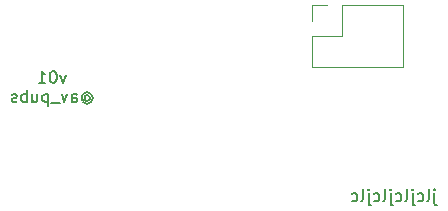
<source format=gbo>
%TF.GenerationSoftware,KiCad,Pcbnew,(6.99.0-1934-gfe17dca71f)*%
%TF.CreationDate,2022-06-18T07:02:21-05:00*%
%TF.ProjectId,jwtelescope,6a777465-6c65-4736-936f-70652e6b6963,rev?*%
%TF.SameCoordinates,Original*%
%TF.FileFunction,Legend,Bot*%
%TF.FilePolarity,Positive*%
%FSLAX46Y46*%
G04 Gerber Fmt 4.6, Leading zero omitted, Abs format (unit mm)*
G04 Created by KiCad (PCBNEW (6.99.0-1934-gfe17dca71f)) date 2022-06-18 07:02:21*
%MOMM*%
%LPD*%
G01*
G04 APERTURE LIST*
%ADD10C,0.150000*%
%ADD11C,0.120000*%
%ADD12R,1.700000X1.700000*%
%ADD13O,1.700000X1.700000*%
G04 APERTURE END LIST*
D10*
X76990475Y-47290714D02*
X76752380Y-47957380D01*
X76752380Y-47957380D02*
X76514285Y-47290714D01*
X75942856Y-46957380D02*
X75847618Y-46957380D01*
X75847618Y-46957380D02*
X75752380Y-47005000D01*
X75752380Y-47005000D02*
X75704761Y-47052619D01*
X75704761Y-47052619D02*
X75657142Y-47147857D01*
X75657142Y-47147857D02*
X75609523Y-47338333D01*
X75609523Y-47338333D02*
X75609523Y-47576428D01*
X75609523Y-47576428D02*
X75657142Y-47766904D01*
X75657142Y-47766904D02*
X75704761Y-47862142D01*
X75704761Y-47862142D02*
X75752380Y-47909761D01*
X75752380Y-47909761D02*
X75847618Y-47957380D01*
X75847618Y-47957380D02*
X75942856Y-47957380D01*
X75942856Y-47957380D02*
X76038094Y-47909761D01*
X76038094Y-47909761D02*
X76085713Y-47862142D01*
X76085713Y-47862142D02*
X76133332Y-47766904D01*
X76133332Y-47766904D02*
X76180951Y-47576428D01*
X76180951Y-47576428D02*
X76180951Y-47338333D01*
X76180951Y-47338333D02*
X76133332Y-47147857D01*
X76133332Y-47147857D02*
X76085713Y-47052619D01*
X76085713Y-47052619D02*
X76038094Y-47005000D01*
X76038094Y-47005000D02*
X75942856Y-46957380D01*
X74657142Y-47957380D02*
X75228570Y-47957380D01*
X74942856Y-47957380D02*
X74942856Y-46957380D01*
X74942856Y-46957380D02*
X75038094Y-47100238D01*
X75038094Y-47100238D02*
X75133332Y-47195476D01*
X75133332Y-47195476D02*
X75228570Y-47243095D01*
X78561905Y-49101190D02*
X78609524Y-49053571D01*
X78609524Y-49053571D02*
X78704762Y-49005952D01*
X78704762Y-49005952D02*
X78800000Y-49005952D01*
X78800000Y-49005952D02*
X78895238Y-49053571D01*
X78895238Y-49053571D02*
X78942857Y-49101190D01*
X78942857Y-49101190D02*
X78990476Y-49196428D01*
X78990476Y-49196428D02*
X78990476Y-49291666D01*
X78990476Y-49291666D02*
X78942857Y-49386904D01*
X78942857Y-49386904D02*
X78895238Y-49434523D01*
X78895238Y-49434523D02*
X78800000Y-49482142D01*
X78800000Y-49482142D02*
X78704762Y-49482142D01*
X78704762Y-49482142D02*
X78609524Y-49434523D01*
X78609524Y-49434523D02*
X78561905Y-49386904D01*
X78561905Y-49005952D02*
X78561905Y-49386904D01*
X78561905Y-49386904D02*
X78514286Y-49434523D01*
X78514286Y-49434523D02*
X78466667Y-49434523D01*
X78466667Y-49434523D02*
X78371428Y-49386904D01*
X78371428Y-49386904D02*
X78323809Y-49291666D01*
X78323809Y-49291666D02*
X78323809Y-49053571D01*
X78323809Y-49053571D02*
X78419048Y-48910714D01*
X78419048Y-48910714D02*
X78561905Y-48815476D01*
X78561905Y-48815476D02*
X78752381Y-48767857D01*
X78752381Y-48767857D02*
X78942857Y-48815476D01*
X78942857Y-48815476D02*
X79085714Y-48910714D01*
X79085714Y-48910714D02*
X79180952Y-49053571D01*
X79180952Y-49053571D02*
X79228571Y-49244047D01*
X79228571Y-49244047D02*
X79180952Y-49434523D01*
X79180952Y-49434523D02*
X79085714Y-49577380D01*
X79085714Y-49577380D02*
X78942857Y-49672619D01*
X78942857Y-49672619D02*
X78752381Y-49720238D01*
X78752381Y-49720238D02*
X78561905Y-49672619D01*
X78561905Y-49672619D02*
X78419048Y-49577380D01*
X77466667Y-49577380D02*
X77466667Y-49053571D01*
X77466667Y-49053571D02*
X77514286Y-48958333D01*
X77514286Y-48958333D02*
X77609524Y-48910714D01*
X77609524Y-48910714D02*
X77800000Y-48910714D01*
X77800000Y-48910714D02*
X77895238Y-48958333D01*
X77466667Y-49529761D02*
X77561905Y-49577380D01*
X77561905Y-49577380D02*
X77800000Y-49577380D01*
X77800000Y-49577380D02*
X77895238Y-49529761D01*
X77895238Y-49529761D02*
X77942857Y-49434523D01*
X77942857Y-49434523D02*
X77942857Y-49339285D01*
X77942857Y-49339285D02*
X77895238Y-49244047D01*
X77895238Y-49244047D02*
X77800000Y-49196428D01*
X77800000Y-49196428D02*
X77561905Y-49196428D01*
X77561905Y-49196428D02*
X77466667Y-49148809D01*
X77085714Y-48910714D02*
X76847619Y-49577380D01*
X76847619Y-49577380D02*
X76609524Y-48910714D01*
X76466667Y-49672619D02*
X75704762Y-49672619D01*
X75466666Y-48910714D02*
X75466666Y-49910714D01*
X75466666Y-48958333D02*
X75371428Y-48910714D01*
X75371428Y-48910714D02*
X75180952Y-48910714D01*
X75180952Y-48910714D02*
X75085714Y-48958333D01*
X75085714Y-48958333D02*
X75038095Y-49005952D01*
X75038095Y-49005952D02*
X74990476Y-49101190D01*
X74990476Y-49101190D02*
X74990476Y-49386904D01*
X74990476Y-49386904D02*
X75038095Y-49482142D01*
X75038095Y-49482142D02*
X75085714Y-49529761D01*
X75085714Y-49529761D02*
X75180952Y-49577380D01*
X75180952Y-49577380D02*
X75371428Y-49577380D01*
X75371428Y-49577380D02*
X75466666Y-49529761D01*
X74133333Y-48910714D02*
X74133333Y-49577380D01*
X74561904Y-48910714D02*
X74561904Y-49434523D01*
X74561904Y-49434523D02*
X74514285Y-49529761D01*
X74514285Y-49529761D02*
X74419047Y-49577380D01*
X74419047Y-49577380D02*
X74276190Y-49577380D01*
X74276190Y-49577380D02*
X74180952Y-49529761D01*
X74180952Y-49529761D02*
X74133333Y-49482142D01*
X73657142Y-49577380D02*
X73657142Y-48577380D01*
X73657142Y-48958333D02*
X73561904Y-48910714D01*
X73561904Y-48910714D02*
X73371428Y-48910714D01*
X73371428Y-48910714D02*
X73276190Y-48958333D01*
X73276190Y-48958333D02*
X73228571Y-49005952D01*
X73228571Y-49005952D02*
X73180952Y-49101190D01*
X73180952Y-49101190D02*
X73180952Y-49386904D01*
X73180952Y-49386904D02*
X73228571Y-49482142D01*
X73228571Y-49482142D02*
X73276190Y-49529761D01*
X73276190Y-49529761D02*
X73371428Y-49577380D01*
X73371428Y-49577380D02*
X73561904Y-49577380D01*
X73561904Y-49577380D02*
X73657142Y-49529761D01*
X72799999Y-49529761D02*
X72704761Y-49577380D01*
X72704761Y-49577380D02*
X72514285Y-49577380D01*
X72514285Y-49577380D02*
X72419047Y-49529761D01*
X72419047Y-49529761D02*
X72371428Y-49434523D01*
X72371428Y-49434523D02*
X72371428Y-49386904D01*
X72371428Y-49386904D02*
X72419047Y-49291666D01*
X72419047Y-49291666D02*
X72514285Y-49244047D01*
X72514285Y-49244047D02*
X72657142Y-49244047D01*
X72657142Y-49244047D02*
X72752380Y-49196428D01*
X72752380Y-49196428D02*
X72799999Y-49101190D01*
X72799999Y-49101190D02*
X72799999Y-49053571D01*
X72799999Y-49053571D02*
X72752380Y-48958333D01*
X72752380Y-48958333D02*
X72657142Y-48910714D01*
X72657142Y-48910714D02*
X72514285Y-48910714D01*
X72514285Y-48910714D02*
X72419047Y-48958333D01*
X108176190Y-57300714D02*
X108176190Y-58157857D01*
X108176190Y-58157857D02*
X108223809Y-58253095D01*
X108223809Y-58253095D02*
X108319047Y-58300714D01*
X108319047Y-58300714D02*
X108366666Y-58300714D01*
X108176190Y-56967380D02*
X108223809Y-57015000D01*
X108223809Y-57015000D02*
X108176190Y-57062619D01*
X108176190Y-57062619D02*
X108128571Y-57015000D01*
X108128571Y-57015000D02*
X108176190Y-56967380D01*
X108176190Y-56967380D02*
X108176190Y-57062619D01*
X107557143Y-57967380D02*
X107652381Y-57919761D01*
X107652381Y-57919761D02*
X107700000Y-57824523D01*
X107700000Y-57824523D02*
X107700000Y-56967380D01*
X106747619Y-57919761D02*
X106842857Y-57967380D01*
X106842857Y-57967380D02*
X107033333Y-57967380D01*
X107033333Y-57967380D02*
X107128571Y-57919761D01*
X107128571Y-57919761D02*
X107176190Y-57872142D01*
X107176190Y-57872142D02*
X107223809Y-57776904D01*
X107223809Y-57776904D02*
X107223809Y-57491190D01*
X107223809Y-57491190D02*
X107176190Y-57395952D01*
X107176190Y-57395952D02*
X107128571Y-57348333D01*
X107128571Y-57348333D02*
X107033333Y-57300714D01*
X107033333Y-57300714D02*
X106842857Y-57300714D01*
X106842857Y-57300714D02*
X106747619Y-57348333D01*
X106319047Y-57300714D02*
X106319047Y-58157857D01*
X106319047Y-58157857D02*
X106366666Y-58253095D01*
X106366666Y-58253095D02*
X106461904Y-58300714D01*
X106461904Y-58300714D02*
X106509523Y-58300714D01*
X106319047Y-56967380D02*
X106366666Y-57015000D01*
X106366666Y-57015000D02*
X106319047Y-57062619D01*
X106319047Y-57062619D02*
X106271428Y-57015000D01*
X106271428Y-57015000D02*
X106319047Y-56967380D01*
X106319047Y-56967380D02*
X106319047Y-57062619D01*
X105700000Y-57967380D02*
X105795238Y-57919761D01*
X105795238Y-57919761D02*
X105842857Y-57824523D01*
X105842857Y-57824523D02*
X105842857Y-56967380D01*
X104890476Y-57919761D02*
X104985714Y-57967380D01*
X104985714Y-57967380D02*
X105176190Y-57967380D01*
X105176190Y-57967380D02*
X105271428Y-57919761D01*
X105271428Y-57919761D02*
X105319047Y-57872142D01*
X105319047Y-57872142D02*
X105366666Y-57776904D01*
X105366666Y-57776904D02*
X105366666Y-57491190D01*
X105366666Y-57491190D02*
X105319047Y-57395952D01*
X105319047Y-57395952D02*
X105271428Y-57348333D01*
X105271428Y-57348333D02*
X105176190Y-57300714D01*
X105176190Y-57300714D02*
X104985714Y-57300714D01*
X104985714Y-57300714D02*
X104890476Y-57348333D01*
X104461904Y-57300714D02*
X104461904Y-58157857D01*
X104461904Y-58157857D02*
X104509523Y-58253095D01*
X104509523Y-58253095D02*
X104604761Y-58300714D01*
X104604761Y-58300714D02*
X104652380Y-58300714D01*
X104461904Y-56967380D02*
X104509523Y-57015000D01*
X104509523Y-57015000D02*
X104461904Y-57062619D01*
X104461904Y-57062619D02*
X104414285Y-57015000D01*
X104414285Y-57015000D02*
X104461904Y-56967380D01*
X104461904Y-56967380D02*
X104461904Y-57062619D01*
X103842857Y-57967380D02*
X103938095Y-57919761D01*
X103938095Y-57919761D02*
X103985714Y-57824523D01*
X103985714Y-57824523D02*
X103985714Y-56967380D01*
X103033333Y-57919761D02*
X103128571Y-57967380D01*
X103128571Y-57967380D02*
X103319047Y-57967380D01*
X103319047Y-57967380D02*
X103414285Y-57919761D01*
X103414285Y-57919761D02*
X103461904Y-57872142D01*
X103461904Y-57872142D02*
X103509523Y-57776904D01*
X103509523Y-57776904D02*
X103509523Y-57491190D01*
X103509523Y-57491190D02*
X103461904Y-57395952D01*
X103461904Y-57395952D02*
X103414285Y-57348333D01*
X103414285Y-57348333D02*
X103319047Y-57300714D01*
X103319047Y-57300714D02*
X103128571Y-57300714D01*
X103128571Y-57300714D02*
X103033333Y-57348333D01*
X102604761Y-57300714D02*
X102604761Y-58157857D01*
X102604761Y-58157857D02*
X102652380Y-58253095D01*
X102652380Y-58253095D02*
X102747618Y-58300714D01*
X102747618Y-58300714D02*
X102795237Y-58300714D01*
X102604761Y-56967380D02*
X102652380Y-57015000D01*
X102652380Y-57015000D02*
X102604761Y-57062619D01*
X102604761Y-57062619D02*
X102557142Y-57015000D01*
X102557142Y-57015000D02*
X102604761Y-56967380D01*
X102604761Y-56967380D02*
X102604761Y-57062619D01*
X101985714Y-57967380D02*
X102080952Y-57919761D01*
X102080952Y-57919761D02*
X102128571Y-57824523D01*
X102128571Y-57824523D02*
X102128571Y-56967380D01*
X101176190Y-57919761D02*
X101271428Y-57967380D01*
X101271428Y-57967380D02*
X101461904Y-57967380D01*
X101461904Y-57967380D02*
X101557142Y-57919761D01*
X101557142Y-57919761D02*
X101604761Y-57872142D01*
X101604761Y-57872142D02*
X101652380Y-57776904D01*
X101652380Y-57776904D02*
X101652380Y-57491190D01*
X101652380Y-57491190D02*
X101604761Y-57395952D01*
X101604761Y-57395952D02*
X101557142Y-57348333D01*
X101557142Y-57348333D02*
X101461904Y-57300714D01*
X101461904Y-57300714D02*
X101271428Y-57300714D01*
X101271428Y-57300714D02*
X101176190Y-57348333D01*
D11*
X105510000Y-41370000D02*
X105510000Y-46570000D01*
X100370000Y-41370000D02*
X105510000Y-41370000D01*
X100370000Y-41370000D02*
X100370000Y-43970000D01*
X99100000Y-41370000D02*
X97770000Y-41370000D01*
X97770000Y-41370000D02*
X97770000Y-42700000D01*
X100370000Y-43970000D02*
X97770000Y-43970000D01*
X97770000Y-43970000D02*
X97770000Y-46570000D01*
X97770000Y-46570000D02*
X105510000Y-46570000D01*
%LPC*%
D10*
G36*
X88400000Y-36000000D02*
G01*
X89000000Y-38100000D01*
X90100000Y-38100000D01*
X90700000Y-40100000D01*
X92000000Y-40200000D01*
X92600000Y-42200000D01*
X92100000Y-44000000D01*
X92800000Y-46100000D01*
X92300000Y-48000000D01*
X92900000Y-49900000D01*
X92400000Y-51900000D01*
X91100000Y-51900000D01*
X90700000Y-53700000D01*
X89400000Y-53600000D01*
X88900000Y-55600000D01*
X87700000Y-55500000D01*
X87200000Y-53500000D01*
X85900000Y-53400000D01*
X85300000Y-51500000D01*
X84100000Y-51500000D01*
X83500000Y-49500000D01*
X84000000Y-47500000D01*
X83300000Y-45400000D01*
X83900000Y-43600000D01*
X83200000Y-41600000D01*
X83800000Y-39700000D01*
X84900000Y-39700000D01*
X85300000Y-37800000D01*
X86600000Y-37800000D01*
X87100000Y-35900000D01*
X88400000Y-36000000D01*
G37*
X88400000Y-36000000D02*
X89000000Y-38100000D01*
X90100000Y-38100000D01*
X90700000Y-40100000D01*
X92000000Y-40200000D01*
X92600000Y-42200000D01*
X92100000Y-44000000D01*
X92800000Y-46100000D01*
X92300000Y-48000000D01*
X92900000Y-49900000D01*
X92400000Y-51900000D01*
X91100000Y-51900000D01*
X90700000Y-53700000D01*
X89400000Y-53600000D01*
X88900000Y-55600000D01*
X87700000Y-55500000D01*
X87200000Y-53500000D01*
X85900000Y-53400000D01*
X85300000Y-51500000D01*
X84100000Y-51500000D01*
X83500000Y-49500000D01*
X84000000Y-47500000D01*
X83300000Y-45400000D01*
X83900000Y-43600000D01*
X83200000Y-41600000D01*
X83800000Y-39700000D01*
X84900000Y-39700000D01*
X85300000Y-37800000D01*
X86600000Y-37800000D01*
X87100000Y-35900000D01*
X88400000Y-36000000D01*
D12*
X99099999Y-42699999D03*
D13*
X99099999Y-45239999D03*
X101639999Y-42699999D03*
X101639999Y-45239999D03*
X104179999Y-42699999D03*
X104179999Y-45239999D03*
M02*

</source>
